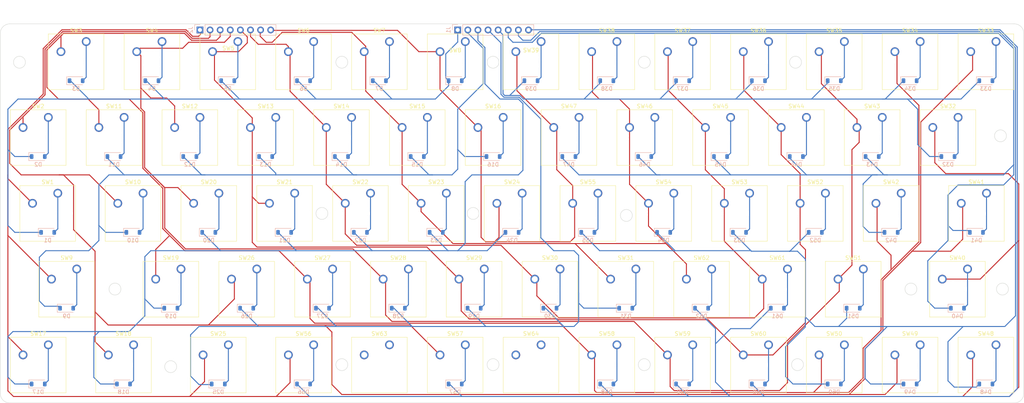
<source format=kicad_pcb>
(kicad_pcb (version 20221018) (generator pcbnew)

  (general
    (thickness 1.6)
  )

  (paper "A3")
  (layers
    (0 "F.Cu" signal)
    (31 "B.Cu" signal)
    (32 "B.Adhes" user "B.Adhesive")
    (33 "F.Adhes" user "F.Adhesive")
    (34 "B.Paste" user)
    (35 "F.Paste" user)
    (36 "B.SilkS" user "B.Silkscreen")
    (37 "F.SilkS" user "F.Silkscreen")
    (38 "B.Mask" user)
    (39 "F.Mask" user)
    (40 "Dwgs.User" user "User.Drawings")
    (41 "Cmts.User" user "User.Comments")
    (42 "Eco1.User" user "User.Eco1")
    (43 "Eco2.User" user "User.Eco2")
    (44 "Edge.Cuts" user)
    (45 "Margin" user)
    (46 "B.CrtYd" user "B.Courtyard")
    (47 "F.CrtYd" user "F.Courtyard")
    (48 "B.Fab" user)
    (49 "F.Fab" user)
    (50 "User.1" user)
    (51 "User.2" user)
    (52 "User.3" user)
    (53 "User.4" user)
    (54 "User.5" user)
    (55 "User.6" user)
    (56 "User.7" user)
    (57 "User.8" user)
    (58 "User.9" user)
  )

  (setup
    (pad_to_mask_clearance 0)
    (aux_axis_origin 83.185 188.11875)
    (grid_origin 83.185 188.11875)
    (pcbplotparams
      (layerselection 0x00010fc_ffffffff)
      (plot_on_all_layers_selection 0x0000000_00000000)
      (disableapertmacros false)
      (usegerberextensions false)
      (usegerberattributes true)
      (usegerberadvancedattributes true)
      (creategerberjobfile true)
      (dashed_line_dash_ratio 12.000000)
      (dashed_line_gap_ratio 3.000000)
      (svgprecision 4)
      (plotframeref false)
      (viasonmask false)
      (mode 1)
      (useauxorigin false)
      (hpglpennumber 1)
      (hpglpenspeed 20)
      (hpglpendiameter 15.000000)
      (dxfpolygonmode true)
      (dxfimperialunits true)
      (dxfusepcbnewfont true)
      (psnegative false)
      (psa4output false)
      (plotreference true)
      (plotvalue true)
      (plotinvisibletext false)
      (sketchpadsonfab false)
      (subtractmaskfromsilk false)
      (outputformat 1)
      (mirror false)
      (drillshape 1)
      (scaleselection 1)
      (outputdirectory "")
    )
  )

  (net 0 "")
  (net 1 "Net-(D1-K)")
  (net 2 "Net-(D1-A)")
  (net 3 "Net-(D10-A)")
  (net 4 "Net-(D10-K)")
  (net 5 "Net-(D17-K)")
  (net 6 "Net-(D17-A)")
  (net 7 "Net-(D25-K)")
  (net 8 "Net-(D25-A)")
  (net 9 "Net-(D32-K)")
  (net 10 "Net-(D33-A)")
  (net 11 "Net-(D40-K)")
  (net 12 "Net-(D41-A)")
  (net 13 "Net-(D48-K)")
  (net 14 "Net-(D49-A)")
  (net 15 "Net-(D56-K)")
  (net 16 "Net-(D56-A)")
  (net 17 "Net-(J2-Pin_1)")
  (net 18 "Net-(J2-Pin_2)")
  (net 19 "Net-(J2-Pin_3)")
  (net 20 "Net-(J2-Pin_4)")
  (net 21 "Net-(J2-Pin_5)")
  (net 22 "Net-(J2-Pin_6)")
  (net 23 "Net-(J2-Pin_7)")
  (net 24 "Net-(J2-Pin_8)")
  (net 25 "unconnected-(SW63-Pad1)")
  (net 26 "unconnected-(SW63-Pad2)")
  (net 27 "unconnected-(SW64-Pad1)")
  (net 28 "unconnected-(SW64-Pad2)")
  (net 29 "Net-(D2-A)")
  (net 30 "Net-(D3-A)")
  (net 31 "Net-(D4-A)")
  (net 32 "Net-(D5-A)")
  (net 33 "Net-(D6-A)")
  (net 34 "Net-(D7-A)")
  (net 35 "Net-(D8-A)")
  (net 36 "Net-(D9-A)")
  (net 37 "Net-(D11-A)")
  (net 38 "Net-(D12-A)")
  (net 39 "Net-(D13-A)")
  (net 40 "Net-(D14-A)")
  (net 41 "Net-(D15-A)")
  (net 42 "Net-(D16-A)")
  (net 43 "Net-(D18-A)")
  (net 44 "Net-(D19-A)")
  (net 45 "Net-(D20-A)")
  (net 46 "Net-(D21-A)")
  (net 47 "Net-(D22-A)")
  (net 48 "Net-(D23-A)")
  (net 49 "Net-(D24-A)")
  (net 50 "Net-(D26-A)")
  (net 51 "Net-(D27-A)")
  (net 52 "Net-(D28-A)")
  (net 53 "Net-(D29-A)")
  (net 54 "Net-(D30-A)")
  (net 55 "Net-(D31-A)")
  (net 56 "Net-(D32-A)")
  (net 57 "Net-(D34-A)")
  (net 58 "Net-(D35-A)")
  (net 59 "Net-(D36-A)")
  (net 60 "Net-(D37-A)")
  (net 61 "Net-(D38-A)")
  (net 62 "Net-(D39-A)")
  (net 63 "Net-(D40-A)")
  (net 64 "Net-(D42-A)")
  (net 65 "Net-(D43-A)")
  (net 66 "Net-(D44-A)")
  (net 67 "Net-(D45-A)")
  (net 68 "Net-(D46-A)")
  (net 69 "Net-(D47-A)")
  (net 70 "Net-(D48-A)")
  (net 71 "Net-(D50-A)")
  (net 72 "Net-(D51-A)")
  (net 73 "Net-(D52-A)")
  (net 74 "Net-(D53-A)")
  (net 75 "Net-(D54-A)")
  (net 76 "Net-(D55-A)")
  (net 77 "Net-(D57-A)")
  (net 78 "Net-(D58-A)")
  (net 79 "Net-(D59-A)")
  (net 80 "Net-(D60-A)")
  (net 81 "Net-(D61-A)")
  (net 82 "Net-(D62-A)")

  (footprint "Button_Switch_Keyboard:SW_Cherry_MX_1.00u_PCB" (layer "F.Cu") (at 285.75 116.36375))

  (footprint "Button_Switch_Keyboard:SW_Cherry_MX_1.00u_PCB" (layer "F.Cu") (at 261.9375 154.46375))

  (footprint "Button_Switch_Keyboard:SW_Cherry_MX_1.00u_PCB" (layer "F.Cu") (at 114.3 116.36375))

  (footprint "Button_Switch_Keyboard:SW_Cherry_MX_1.00u_PCB" (layer "F.Cu") (at 252.4125 135.41375))

  (footprint "Button_Switch_Keyboard:SW_Cherry_MX_1.25u_PCB" (layer "F.Cu") (at 140.49375 173.51375))

  (footprint "Button_Switch_Keyboard:SW_Cherry_MX_1.00u_PCB" (layer "F.Cu") (at 276.225 173.51375))

  (footprint "Button_Switch_Keyboard:SW_Cherry_MX_1.00u_PCB" (layer "F.Cu") (at 257.175 97.31375))

  (footprint "Button_Switch_Keyboard:SW_Cherry_MX_1.00u_PCB" (layer "F.Cu") (at 214.3125 135.41375))

  (footprint "Button_Switch_Keyboard:SW_Cherry_MX_1.00u_PCB" (layer "F.Cu") (at 180.975 97.31375))

  (footprint "Button_Switch_Keyboard:SW_Cherry_MX_1.00u_PCB" (layer "F.Cu") (at 200.025 173.51375))

  (footprint "Button_Switch_Keyboard:SW_Cherry_MX_1.00u_PCB" (layer "F.Cu") (at 200.025 97.31375))

  (footprint "Button_Switch_Keyboard:SW_Cherry_MX_1.00u_PCB" (layer "F.Cu") (at 233.3625 135.41375))

  (footprint "Button_Switch_Keyboard:SW_Cherry_MX_1.00u_PCB" (layer "F.Cu") (at 304.8 116.36375))

  (footprint "Button_Switch_Keyboard:SW_Cherry_MX_1.00u_PCB" (layer "F.Cu") (at 95.25 116.36375))

  (footprint "Button_Switch_Keyboard:SW_Cherry_MX_1.00u_PCB" (layer "F.Cu") (at 295.275 97.31375))

  (footprint "Button_Switch_Keyboard:SW_Cherry_MX_1.00u_PCB" (layer "F.Cu") (at 147.6375 154.46375))

  (footprint "Button_Switch_Keyboard:SW_Cherry_MX_1.00u_PCB" (layer "F.Cu") (at 152.4 116.36375))

  (footprint "Button_Switch_Keyboard:SW_Cherry_MX_1.00u_PCB" (layer "F.Cu") (at 290.5125 135.41375))

  (footprint "Button_Switch_Keyboard:SW_Cherry_MX_1.00u_PCB" (layer "F.Cu") (at 119.0625 135.41375))

  (footprint "Button_Switch_Keyboard:SW_Cherry_MX_1.00u_PCB" (layer "F.Cu") (at 142.875 97.31375))

  (footprint "Button_Switch_Keyboard:SW_Cherry_MX_1.00u_PCB" (layer "F.Cu") (at 276.225 97.31375))

  (footprint "Button_Switch_Keyboard:SW_Cherry_MX_1.00u_PCB" (layer "F.Cu") (at 323.85 116.36375))

  (footprint "Button_Switch_Keyboard:SW_Cherry_MX_1.00u_PCB" (layer "F.Cu") (at 309.5625 135.41375))

  (footprint "Button_Switch_Keyboard:SW_Cherry_MX_1.00u_PCB" (layer "F.Cu") (at 185.7375 154.46375))

  (footprint "Button_Switch_Keyboard:SW_Cherry_MX_1.25u_PCB" (layer "F.Cu") (at 97.63125 135.41375))

  (footprint "Button_Switch_Keyboard:SW_Cherry_MX_1.00u_PCB" (layer "F.Cu") (at 219.075 173.51375))

  (footprint "Button_Switch_Keyboard:SW_Cherry_MX_1.00u_PCB" (layer "F.Cu") (at 280.9875 154.46375))

  (footprint "Button_Switch_Keyboard:SW_Cherry_MX_1.00u_PCB" (layer "F.Cu") (at 204.7875 154.46375))

  (footprint "Button_Switch_Keyboard:SW_Cherry_MX_1.00u_PCB" (layer "F.Cu") (at 300.0375 154.46375))

  (footprint "Button_Switch_Keyboard:SW_Cherry_MX_1.00u_PCB" (layer "F.Cu") (at 247.65 116.36375))

  (footprint "Button_Switch_Keyboard:SW_Cherry_MX_1.00u_PCB" (layer "F.Cu") (at 257.175 173.51375))

  (footprint "Button_Switch_Keyboard:SW_Cherry_MX_1.00u_PCB" (layer "F.Cu") (at 133.35 116.36375))

  (footprint "Button_Switch_Keyboard:SW_Cherry_MX_1.00u_PCB" (layer "F.Cu") (at 161.925 173.51375))

  (footprint "Button_Switch_Keyboard:SW_Cherry_MX_1.00u_PCB" (layer "F.Cu") (at 209.55 116.36375))

  (footprint "Button_Switch_Keyboard:SW_Cherry_MX_1.00u_PCB" (layer "F.Cu") (at 95.25 173.51375))

  (footprint "Button_Switch_Keyboard:SW_Cherry_MX_1.25u_PCB" (layer "F.Cu") (at 330.99375 135.41375))

  (footprint "Button_Switch_Keyboard:SW_Cherry_MX_1.00u_PCB" (layer "F.Cu") (at 128.5875 154.46375))

  (footprint "Button_Switch_Keyboard:SW_Cherry_MX_1.00u_PCB" (layer "F.Cu") (at 333.375 173.51375))

  (footprint "Button_Switch_Keyboard:SW_Cherry_MX_1.00u_PCB" (layer "F.Cu") (at 238.125 97.31375))

  (footprint "Button_Switch_Keyboard:SW_Cherry_MX_1.00u_PCB" (layer "F.Cu") (at 223.8375 154.46375))

  (footprint "Button_Switch_Keyboard:SW_Cherry_MX_1.00u_PCB" (layer "F.Cu") (at 219.075 97.31375))

  (footprint "Button_Switch_Keyboard:SW_Cherry_MX_1.00u_PCB" (layer "F.Cu")
    (tstamp a29d0987-fc1b-479e-89c1-4957eae3384f)
    (at 271.4625 135.41375)
    (descr "Cherry MX keyswitch, 1.00u, PCB mount, http://cherryamericas.com/wp-content/uploads/2014/12/mx_cat.pdf")
    (tags "Cherry MX keyswitch 1.00u PCB")
    (property "Sheetfile" "xantronix-z32.kicad_sch")
    (property "Sheetname" "")
    (property "ki_description" "Push button switch, generic, two pins")
    (property "ki_keywords" "switch normally-open pushbutton push-button")
    (path "/e818bc00-1e8f-44e3-b9f4-0bae43ab4fb8")
    (attr through_hole)
    (fp_text reference "SW53" (at -2.54 -2.794) (layer "F.SilkS")
        (effects (font (size 1 1) (thickness 0.15)))
      (tstamp cb3cf7f9-8c81-468e-8413-26def3be3526)
    )
    (fp_text value "SW_Push" (at -2.54 12.954) (layer "F.Fab")
        (effects (font (size 1 1) (thickness 0.15)))
      (tstamp 5182fbc3-0c7b-453c-aafd-532198d8e30e)
    )
    (fp_text user "${REFERENCE}" (at -2.54 -2.794) (layer "F.Fab")
        (effects (font (size 1 1) (thickness 0.15)))
      (tstamp 68a1dcc7-8161-4f6b-9b42-7c6638961b1c)
    )
    (fp_line (start -9.525 -1.905) (end 4.445 -1.905)
      (stroke (width 0.12) (type solid)) (layer "F.SilkS") (tstamp 08667e8a-8c72-429f-b2e6-5db12ca88ec3))
    (fp_line (start -9.525 12.065) (end -9.525 -1.905)
      (stroke (width 0.12) (type solid)) (layer "F.SilkS") (tstamp 0c747d89-b9cd-4ce8-9ab2-10088c866c2a))
    (fp_line (start 4.445 -1.905) (end 4.445 12.065)
      (stroke (width 0.12) (type solid)) (layer "F.SilkS") (tstamp f19d8e3e-1608-4cbf-9820-4000cc5e77a2))
    (fp_line (start 4.445 12.065) (end -9.525 12.065)
      (stroke (width 0.12) (type solid)) (layer "F.SilkS") (tstamp 4c4f0c93-87ab-4c00-841e-6a65574447aa))
    (fp_line (start -12.065 -4.445) (end 6.985 -4.445)
      (stroke (width 0.15) (type solid)) (layer "Dwgs.User") (tstamp e7e1ea46-d40c-432d-9e55-5a9b96b52741))
    (fp_line (start -12.065 14.605) (end -12.065 -4.445)
      (stroke (width 0.15) (type solid)) (layer "Dwgs.User") (tstamp 8db66b3b-fa37-4c8f-aaa0-111a725d8bc4))
    (fp_line (start 6.985 -4.445) (end 6.985 14.605)
      (stroke (width 0.15) (type solid)) (layer "Dwgs.User") (tstamp b1ad30f7-8a1d-476a-a2c5-5037a5d7450c))
    (fp_line (start 6.985 14.605) (end -12.065 14.605)
      (stroke (width 0.15) (type solid)) (layer "Dwgs.User") (tstamp 4924eca8-f13b-43e7-a3d0-2f8a8208b8df))
    (fp_line (start -9.14 -1.52) (end 4.06 -1.52)
  
... [485371 chars truncated]
</source>
